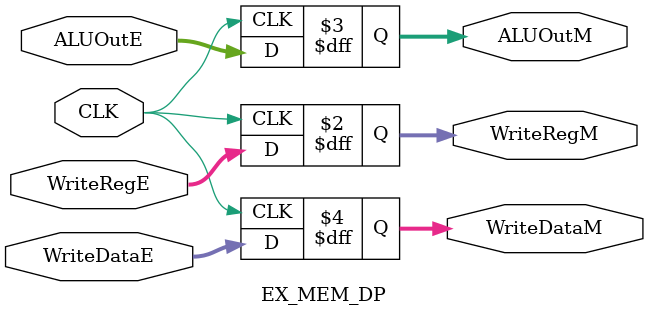
<source format=v>
module EX_MEM_DP(
    input CLK,
    input [4:0] WriteRegE,
    input [31:0] ALUOutE, WriteDataE,
    output reg [4:0] WriteRegM,
    output reg [31:0] ALUOutM, WriteDataM
);

    always @(posedge CLK) begin
        WriteRegM <= WriteRegE;
        ALUOutM <= ALUOutE;
        WriteDataM <= WriteDataE;
    end

endmodule
</source>
